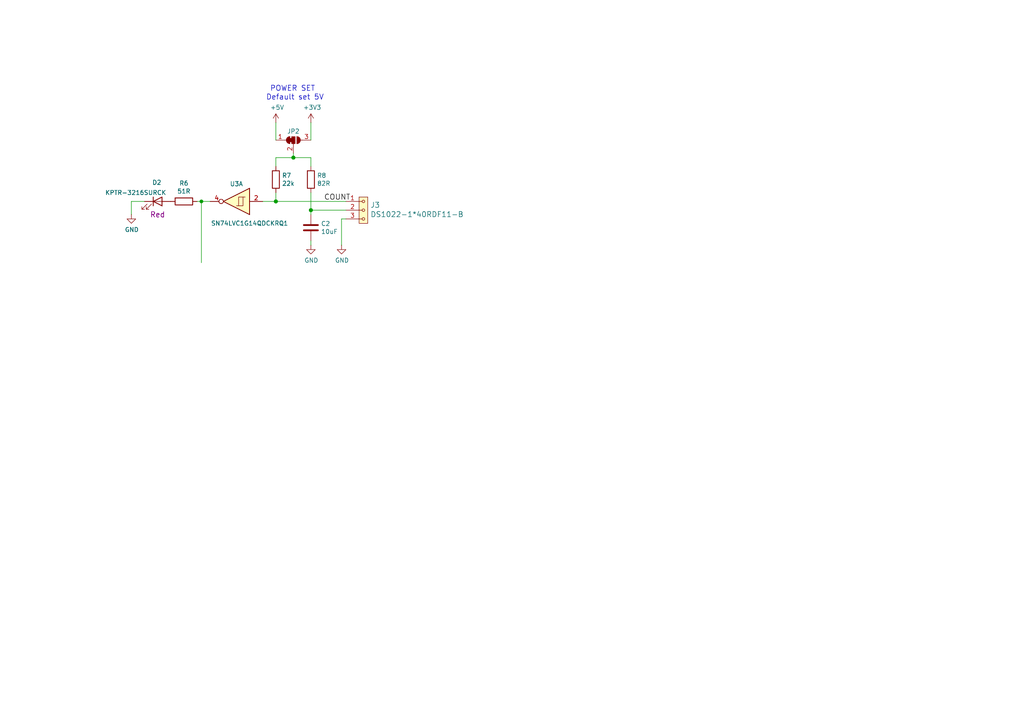
<source format=kicad_sch>
(kicad_sch
	(version 20231120)
	(generator "eeschema")
	(generator_version "8.0")
	(uuid "d243b8f4-5030-40aa-b3b1-02d26c1c1c01")
	(paper "A4")
	(lib_symbols
		(symbol "Device:C"
			(pin_numbers hide)
			(pin_names
				(offset 0.254)
			)
			(exclude_from_sim no)
			(in_bom yes)
			(on_board yes)
			(property "Reference" "C"
				(at 0.635 2.54 0)
				(effects
					(font
						(size 1.27 1.27)
					)
					(justify left)
				)
			)
			(property "Value" "C"
				(at 0.635 -2.54 0)
				(effects
					(font
						(size 1.27 1.27)
					)
					(justify left)
				)
			)
			(property "Footprint" ""
				(at 0.9652 -3.81 0)
				(effects
					(font
						(size 1.27 1.27)
					)
					(hide yes)
				)
			)
			(property "Datasheet" "~"
				(at 0 0 0)
				(effects
					(font
						(size 1.27 1.27)
					)
					(hide yes)
				)
			)
			(property "Description" "Unpolarized capacitor"
				(at 0 0 0)
				(effects
					(font
						(size 1.27 1.27)
					)
					(hide yes)
				)
			)
			(property "ki_keywords" "cap capacitor"
				(at 0 0 0)
				(effects
					(font
						(size 1.27 1.27)
					)
					(hide yes)
				)
			)
			(property "ki_fp_filters" "C_*"
				(at 0 0 0)
				(effects
					(font
						(size 1.27 1.27)
					)
					(hide yes)
				)
			)
			(symbol "C_0_1"
				(polyline
					(pts
						(xy -2.032 -0.762) (xy 2.032 -0.762)
					)
					(stroke
						(width 0.508)
						(type default)
					)
					(fill
						(type none)
					)
				)
				(polyline
					(pts
						(xy -2.032 0.762) (xy 2.032 0.762)
					)
					(stroke
						(width 0.508)
						(type default)
					)
					(fill
						(type none)
					)
				)
			)
			(symbol "C_1_1"
				(pin passive line
					(at 0 3.81 270)
					(length 2.794)
					(name "~"
						(effects
							(font
								(size 1.27 1.27)
							)
						)
					)
					(number "1"
						(effects
							(font
								(size 1.27 1.27)
							)
						)
					)
				)
				(pin passive line
					(at 0 -3.81 90)
					(length 2.794)
					(name "~"
						(effects
							(font
								(size 1.27 1.27)
							)
						)
					)
					(number "2"
						(effects
							(font
								(size 1.27 1.27)
							)
						)
					)
				)
			)
		)
		(symbol "Device:LED"
			(pin_numbers hide)
			(pin_names
				(offset 1.016) hide)
			(exclude_from_sim no)
			(in_bom yes)
			(on_board yes)
			(property "Reference" "D"
				(at 0 2.54 0)
				(effects
					(font
						(size 1.27 1.27)
					)
				)
			)
			(property "Value" "LED"
				(at 0 -2.54 0)
				(effects
					(font
						(size 1.27 1.27)
					)
				)
			)
			(property "Footprint" ""
				(at 0 0 0)
				(effects
					(font
						(size 1.27 1.27)
					)
					(hide yes)
				)
			)
			(property "Datasheet" "~"
				(at 0 0 0)
				(effects
					(font
						(size 1.27 1.27)
					)
					(hide yes)
				)
			)
			(property "Description" "Light emitting diode"
				(at 0 0 0)
				(effects
					(font
						(size 1.27 1.27)
					)
					(hide yes)
				)
			)
			(property "ki_keywords" "LED diode"
				(at 0 0 0)
				(effects
					(font
						(size 1.27 1.27)
					)
					(hide yes)
				)
			)
			(property "ki_fp_filters" "LED* LED_SMD:* LED_THT:*"
				(at 0 0 0)
				(effects
					(font
						(size 1.27 1.27)
					)
					(hide yes)
				)
			)
			(symbol "LED_0_1"
				(polyline
					(pts
						(xy -1.27 -1.27) (xy -1.27 1.27)
					)
					(stroke
						(width 0.254)
						(type default)
					)
					(fill
						(type none)
					)
				)
				(polyline
					(pts
						(xy -1.27 0) (xy 1.27 0)
					)
					(stroke
						(width 0)
						(type default)
					)
					(fill
						(type none)
					)
				)
				(polyline
					(pts
						(xy 1.27 -1.27) (xy 1.27 1.27) (xy -1.27 0) (xy 1.27 -1.27)
					)
					(stroke
						(width 0.254)
						(type default)
					)
					(fill
						(type none)
					)
				)
				(polyline
					(pts
						(xy -3.048 -0.762) (xy -4.572 -2.286) (xy -3.81 -2.286) (xy -4.572 -2.286) (xy -4.572 -1.524)
					)
					(stroke
						(width 0)
						(type default)
					)
					(fill
						(type none)
					)
				)
				(polyline
					(pts
						(xy -1.778 -0.762) (xy -3.302 -2.286) (xy -2.54 -2.286) (xy -3.302 -2.286) (xy -3.302 -1.524)
					)
					(stroke
						(width 0)
						(type default)
					)
					(fill
						(type none)
					)
				)
			)
			(symbol "LED_1_1"
				(pin passive line
					(at -3.81 0 0)
					(length 2.54)
					(name "K"
						(effects
							(font
								(size 1.27 1.27)
							)
						)
					)
					(number "1"
						(effects
							(font
								(size 1.27 1.27)
							)
						)
					)
				)
				(pin passive line
					(at 3.81 0 180)
					(length 2.54)
					(name "A"
						(effects
							(font
								(size 1.27 1.27)
							)
						)
					)
					(number "2"
						(effects
							(font
								(size 1.27 1.27)
							)
						)
					)
				)
			)
		)
		(symbol "Device:R"
			(pin_numbers hide)
			(pin_names
				(offset 0)
			)
			(exclude_from_sim no)
			(in_bom yes)
			(on_board yes)
			(property "Reference" "R"
				(at 2.032 0 90)
				(effects
					(font
						(size 1.27 1.27)
					)
				)
			)
			(property "Value" "R"
				(at 0 0 90)
				(effects
					(font
						(size 1.27 1.27)
					)
				)
			)
			(property "Footprint" ""
				(at -1.778 0 90)
				(effects
					(font
						(size 1.27 1.27)
					)
					(hide yes)
				)
			)
			(property "Datasheet" "~"
				(at 0 0 0)
				(effects
					(font
						(size 1.27 1.27)
					)
					(hide yes)
				)
			)
			(property "Description" "Resistor"
				(at 0 0 0)
				(effects
					(font
						(size 1.27 1.27)
					)
					(hide yes)
				)
			)
			(property "ki_keywords" "R res resistor"
				(at 0 0 0)
				(effects
					(font
						(size 1.27 1.27)
					)
					(hide yes)
				)
			)
			(property "ki_fp_filters" "R_*"
				(at 0 0 0)
				(effects
					(font
						(size 1.27 1.27)
					)
					(hide yes)
				)
			)
			(symbol "R_0_1"
				(rectangle
					(start -1.016 -2.54)
					(end 1.016 2.54)
					(stroke
						(width 0.254)
						(type default)
					)
					(fill
						(type none)
					)
				)
			)
			(symbol "R_1_1"
				(pin passive line
					(at 0 3.81 270)
					(length 1.27)
					(name "~"
						(effects
							(font
								(size 1.27 1.27)
							)
						)
					)
					(number "1"
						(effects
							(font
								(size 1.27 1.27)
							)
						)
					)
				)
				(pin passive line
					(at 0 -3.81 90)
					(length 1.27)
					(name "~"
						(effects
							(font
								(size 1.27 1.27)
							)
						)
					)
					(number "2"
						(effects
							(font
								(size 1.27 1.27)
							)
						)
					)
				)
			)
		)
		(symbol "Jumper:SolderJumper_3_Bridged12"
			(pin_names
				(offset 0) hide)
			(exclude_from_sim yes)
			(in_bom no)
			(on_board yes)
			(property "Reference" "JP"
				(at -2.54 -2.54 0)
				(effects
					(font
						(size 1.27 1.27)
					)
				)
			)
			(property "Value" "SolderJumper_3_Bridged12"
				(at 0 2.794 0)
				(effects
					(font
						(size 1.27 1.27)
					)
				)
			)
			(property "Footprint" ""
				(at 0 0 0)
				(effects
					(font
						(size 1.27 1.27)
					)
					(hide yes)
				)
			)
			(property "Datasheet" "~"
				(at 0 0 0)
				(effects
					(font
						(size 1.27 1.27)
					)
					(hide yes)
				)
			)
			(property "Description" "3-pole Solder Jumper, pins 1+2 closed/bridged"
				(at 0 0 0)
				(effects
					(font
						(size 1.27 1.27)
					)
					(hide yes)
				)
			)
			(property "ki_keywords" "Solder Jumper SPDT"
				(at 0 0 0)
				(effects
					(font
						(size 1.27 1.27)
					)
					(hide yes)
				)
			)
			(property "ki_fp_filters" "SolderJumper*Bridged12*"
				(at 0 0 0)
				(effects
					(font
						(size 1.27 1.27)
					)
					(hide yes)
				)
			)
			(symbol "SolderJumper_3_Bridged12_0_1"
				(rectangle
					(start -1.016 0.508)
					(end -0.508 -0.508)
					(stroke
						(width 0)
						(type default)
					)
					(fill
						(type outline)
					)
				)
				(arc
					(start -1.016 1.016)
					(mid -2.0276 0)
					(end -1.016 -1.016)
					(stroke
						(width 0)
						(type default)
					)
					(fill
						(type none)
					)
				)
				(arc
					(start -1.016 1.016)
					(mid -2.0276 0)
					(end -1.016 -1.016)
					(stroke
						(width 0)
						(type default)
					)
					(fill
						(type outline)
					)
				)
				(rectangle
					(start -0.508 1.016)
					(end 0.508 -1.016)
					(stroke
						(width 0)
						(type default)
					)
					(fill
						(type outline)
					)
				)
				(polyline
					(pts
						(xy -2.54 0) (xy -2.032 0)
					)
					(stroke
						(width 0)
						(type default)
					)
					(fill
						(type none)
					)
				)
				(polyline
					(pts
						(xy -1.016 1.016) (xy -1.016 -1.016)
					)
					(stroke
						(width 0)
						(type default)
					)
					(fill
						(type none)
					)
				)
				(polyline
					(pts
						(xy 0 -1.27) (xy 0 -1.016)
					)
					(stroke
						(width 0)
						(type default)
					)
					(fill
						(type none)
					)
				)
				(polyline
					(pts
						(xy 1.016 1.016) (xy 1.016 -1.016)
					)
					(stroke
						(width 0)
						(type default)
					)
					(fill
						(type none)
					)
				)
				(polyline
					(pts
						(xy 2.54 0) (xy 2.032 0)
					)
					(stroke
						(width 0)
						(type default)
					)
					(fill
						(type none)
					)
				)
				(arc
					(start 1.016 -1.016)
					(mid 2.0276 0)
					(end 1.016 1.016)
					(stroke
						(width 0)
						(type default)
					)
					(fill
						(type none)
					)
				)
				(arc
					(start 1.016 -1.016)
					(mid 2.0276 0)
					(end 1.016 1.016)
					(stroke
						(width 0)
						(type default)
					)
					(fill
						(type outline)
					)
				)
			)
			(symbol "SolderJumper_3_Bridged12_1_1"
				(pin passive line
					(at -5.08 0 0)
					(length 2.54)
					(name "A"
						(effects
							(font
								(size 1.27 1.27)
							)
						)
					)
					(number "1"
						(effects
							(font
								(size 1.27 1.27)
							)
						)
					)
				)
				(pin passive line
					(at 0 -3.81 90)
					(length 2.54)
					(name "C"
						(effects
							(font
								(size 1.27 1.27)
							)
						)
					)
					(number "2"
						(effects
							(font
								(size 1.27 1.27)
							)
						)
					)
				)
				(pin passive line
					(at 5.08 0 180)
					(length 2.54)
					(name "B"
						(effects
							(font
								(size 1.27 1.27)
							)
						)
					)
					(number "3"
						(effects
							(font
								(size 1.27 1.27)
							)
						)
					)
				)
			)
		)
		(symbol "MLAB_HEADER:HEADER_1x03"
			(pin_names
				(offset 1.016)
			)
			(exclude_from_sim no)
			(in_bom yes)
			(on_board yes)
			(property "Reference" "J"
				(at 0 -5.08 0)
				(effects
					(font
						(size 1.524 1.524)
					)
				)
			)
			(property "Value" "HEADER_1x03"
				(at 0 5.08 0)
				(effects
					(font
						(size 1.524 1.524)
					)
				)
			)
			(property "Footprint" ""
				(at 0 2.54 0)
				(effects
					(font
						(size 1.524 1.524)
					)
				)
			)
			(property "Datasheet" ""
				(at 0 2.54 0)
				(effects
					(font
						(size 1.524 1.524)
					)
				)
			)
			(property "Description" "1x03 2.54 mm pitch header"
				(at 0 0 0)
				(effects
					(font
						(size 1.27 1.27)
					)
					(hide yes)
				)
			)
			(property "ki_keywords" "1x03, header, connector, pinheader"
				(at 0 0 0)
				(effects
					(font
						(size 1.27 1.27)
					)
					(hide yes)
				)
			)
			(symbol "HEADER_1x03_0_1"
				(rectangle
					(start -1.27 3.81)
					(end 1.27 -3.81)
					(stroke
						(width 0)
						(type default)
					)
					(fill
						(type background)
					)
				)
				(circle
					(center 0 -2.54)
					(radius 0.381)
					(stroke
						(width 0)
						(type default)
					)
					(fill
						(type none)
					)
				)
				(polyline
					(pts
						(xy -1.27 -2.54) (xy -0.381 -2.54)
					)
					(stroke
						(width 0)
						(type default)
					)
					(fill
						(type none)
					)
				)
				(polyline
					(pts
						(xy -1.27 0) (xy -0.381 0)
					)
					(stroke
						(width 0)
						(type default)
					)
					(fill
						(type none)
					)
				)
				(polyline
					(pts
						(xy -1.27 2.54) (xy -0.381 2.54)
					)
					(stroke
						(width 0)
						(type default)
					)
					(fill
						(type none)
					)
				)
				(circle
					(center 0 0)
					(radius 0.381)
					(stroke
						(width 0)
						(type default)
					)
					(fill
						(type none)
					)
				)
				(circle
					(center 0 2.54)
					(radius 0.381)
					(stroke
						(width 0)
						(type default)
					)
					(fill
						(type none)
					)
				)
			)
			(symbol "HEADER_1x03_1_1"
				(pin input line
					(at -5.08 2.54 0)
					(length 3.81)
					(name "~"
						(effects
							(font
								(size 1.27 1.27)
							)
						)
					)
					(number "1"
						(effects
							(font
								(size 1.27 1.27)
							)
						)
					)
				)
				(pin input line
					(at -5.08 0 0)
					(length 3.81)
					(name "~"
						(effects
							(font
								(size 1.27 1.27)
							)
						)
					)
					(number "2"
						(effects
							(font
								(size 1.27 1.27)
							)
						)
					)
				)
				(pin input line
					(at -5.08 -2.54 0)
					(length 3.81)
					(name "~"
						(effects
							(font
								(size 1.27 1.27)
							)
						)
					)
					(number "3"
						(effects
							(font
								(size 1.27 1.27)
							)
						)
					)
				)
			)
		)
		(symbol "MLAB_IO:74AHC1G14GV"
			(exclude_from_sim no)
			(in_bom yes)
			(on_board yes)
			(property "Reference" "U"
				(at -2.54 1.27 0)
				(effects
					(font
						(size 1.27 1.27)
					)
				)
			)
			(property "Value" "74AHC1G14GV"
				(at 1.27 -6.35 0)
				(effects
					(font
						(size 1.27 1.27)
					)
				)
			)
			(property "Footprint" ""
				(at 0 0 0)
				(effects
					(font
						(size 1.27 1.27)
					)
					(hide yes)
				)
			)
			(property "Datasheet" "http://www.ti.com/lit/gpn/sn74HC14"
				(at 0 0 0)
				(effects
					(font
						(size 1.27 1.27)
					)
					(hide yes)
				)
			)
			(property "Description" "Hex inverter schmitt trigger"
				(at 0 0 0)
				(effects
					(font
						(size 1.27 1.27)
					)
					(hide yes)
				)
			)
			(property "ki_locked" ""
				(at 0 0 0)
				(effects
					(font
						(size 1.27 1.27)
					)
				)
			)
			(property "ki_keywords" "HCMOS not inverter"
				(at 0 0 0)
				(effects
					(font
						(size 1.27 1.27)
					)
					(hide yes)
				)
			)
			(property "ki_fp_filters" "DIP*W7.62mm*"
				(at 0 0 0)
				(effects
					(font
						(size 1.27 1.27)
					)
					(hide yes)
				)
			)
			(symbol "74AHC1G14GV_1_0"
				(polyline
					(pts
						(xy -3.81 3.81) (xy -3.81 -3.81) (xy 3.81 0) (xy -3.81 3.81)
					)
					(stroke
						(width 0.254)
						(type default)
					)
					(fill
						(type background)
					)
				)
				(pin input line
					(at -7.62 0 0)
					(length 3.81)
					(name "~"
						(effects
							(font
								(size 1.27 1.27)
							)
						)
					)
					(number "2"
						(effects
							(font
								(size 1.27 1.27)
							)
						)
					)
				)
				(pin output inverted
					(at 7.62 0 180)
					(length 3.81)
					(name "~"
						(effects
							(font
								(size 1.27 1.27)
							)
						)
					)
					(number "4"
						(effects
							(font
								(size 1.27 1.27)
							)
						)
					)
				)
			)
			(symbol "74AHC1G14GV_1_1"
				(polyline
					(pts
						(xy -1.905 -1.27) (xy -1.905 1.27) (xy -0.635 1.27)
					)
					(stroke
						(width 0)
						(type default)
					)
					(fill
						(type none)
					)
				)
				(polyline
					(pts
						(xy -2.54 -1.27) (xy -0.635 -1.27) (xy -0.635 1.27) (xy 0 1.27)
					)
					(stroke
						(width 0)
						(type default)
					)
					(fill
						(type none)
					)
				)
			)
			(symbol "74AHC1G14GV_2_0"
				(pin input line
					(at 0 -8.89 90)
					(length 3.81)
					(name "GND"
						(effects
							(font
								(size 1.27 1.27)
							)
						)
					)
					(number "3"
						(effects
							(font
								(size 1.27 1.27)
							)
						)
					)
				)
				(pin input line
					(at 0 8.89 270)
					(length 3.81)
					(name "VCC"
						(effects
							(font
								(size 1.27 1.27)
							)
						)
					)
					(number "5"
						(effects
							(font
								(size 1.27 1.27)
							)
						)
					)
				)
			)
			(symbol "74AHC1G14GV_2_1"
				(rectangle
					(start -3.81 5.08)
					(end 3.81 -5.08)
					(stroke
						(width 0)
						(type default)
					)
					(fill
						(type none)
					)
				)
			)
		)
		(symbol "power:+3V3"
			(power)
			(pin_numbers hide)
			(pin_names
				(offset 0) hide)
			(exclude_from_sim no)
			(in_bom yes)
			(on_board yes)
			(property "Reference" "#PWR"
				(at 0 -3.81 0)
				(effects
					(font
						(size 1.27 1.27)
					)
					(hide yes)
				)
			)
			(property "Value" "+3V3"
				(at 0 3.556 0)
				(effects
					(font
						(size 1.27 1.27)
					)
				)
			)
			(property "Footprint" ""
				(at 0 0 0)
				(effects
					(font
						(size 1.27 1.27)
					)
					(hide yes)
				)
			)
			(property "Datasheet" ""
				(at 0 0 0)
				(effects
					(font
						(size 1.27 1.27)
					)
					(hide yes)
				)
			)
			(property "Description" "Power symbol creates a global label with name \"+3V3\""
				(at 0 0 0)
				(effects
					(font
						(size 1.27 1.27)
					)
					(hide yes)
				)
			)
			(property "ki_keywords" "global power"
				(at 0 0 0)
				(effects
					(font
						(size 1.27 1.27)
					)
					(hide yes)
				)
			)
			(symbol "+3V3_0_1"
				(polyline
					(pts
						(xy -0.762 1.27) (xy 0 2.54)
					)
					(stroke
						(width 0)
						(type default)
					)
					(fill
						(type none)
					)
				)
				(polyline
					(pts
						(xy 0 0) (xy 0 2.54)
					)
					(stroke
						(width 0)
						(type default)
					)
					(fill
						(type none)
					)
				)
				(polyline
					(pts
						(xy 0 2.54) (xy 0.762 1.27)
					)
					(stroke
						(width 0)
						(type default)
					)
					(fill
						(type none)
					)
				)
			)
			(symbol "+3V3_1_1"
				(pin power_in line
					(at 0 0 90)
					(length 0)
					(name "~"
						(effects
							(font
								(size 1.27 1.27)
							)
						)
					)
					(number "1"
						(effects
							(font
								(size 1.27 1.27)
							)
						)
					)
				)
			)
		)
		(symbol "power:+5V"
			(power)
			(pin_numbers hide)
			(pin_names
				(offset 0) hide)
			(exclude_from_sim no)
			(in_bom yes)
			(on_board yes)
			(property "Reference" "#PWR"
				(at 0 -3.81 0)
				(effects
					(font
						(size 1.27 1.27)
					)
					(hide yes)
				)
			)
			(property "Value" "+5V"
				(at 0 3.556 0)
				(effects
					(font
						(size 1.27 1.27)
					)
				)
			)
			(property "Footprint" ""
				(at 0 0 0)
				(effects
					(font
						(size 1.27 1.27)
					)
					(hide yes)
				)
			)
			(property "Datasheet" ""
				(at 0 0 0)
				(effects
					(font
						(size 1.27 1.27)
					)
					(hide yes)
				)
			)
			(property "Description" "Power symbol creates a global label with name \"+5V\""
				(at 0 0 0)
				(effects
					(font
						(size 1.27 1.27)
					)
					(hide yes)
				)
			)
			(property "ki_keywords" "global power"
				(at 0 0 0)
				(effects
					(font
						(size 1.27 1.27)
					)
					(hide yes)
				)
			)
			(symbol "+5V_0_1"
				(polyline
					(pts
						(xy -0.762 1.27) (xy 0 2.54)
					)
					(stroke
						(width 0)
						(type default)
					)
					(fill
						(type none)
					)
				)
				(polyline
					(pts
						(xy 0 0) (xy 0 2.54)
					)
					(stroke
						(width 0)
						(type default)
					)
					(fill
						(type none)
					)
				)
				(polyline
					(pts
						(xy 0 2.54) (xy 0.762 1.27)
					)
					(stroke
						(width 0)
						(type default)
					)
					(fill
						(type none)
					)
				)
			)
			(symbol "+5V_1_1"
				(pin power_in line
					(at 0 0 90)
					(length 0)
					(name "~"
						(effects
							(font
								(size 1.27 1.27)
							)
						)
					)
					(number "1"
						(effects
							(font
								(size 1.27 1.27)
							)
						)
					)
				)
			)
		)
		(symbol "power:GND"
			(power)
			(pin_numbers hide)
			(pin_names
				(offset 0) hide)
			(exclude_from_sim no)
			(in_bom yes)
			(on_board yes)
			(property "Reference" "#PWR"
				(at 0 -6.35 0)
				(effects
					(font
						(size 1.27 1.27)
					)
					(hide yes)
				)
			)
			(property "Value" "GND"
				(at 0 -3.81 0)
				(effects
					(font
						(size 1.27 1.27)
					)
				)
			)
			(property "Footprint" ""
				(at 0 0 0)
				(effects
					(font
						(size 1.27 1.27)
					)
					(hide yes)
				)
			)
			(property "Datasheet" ""
				(at 0 0 0)
				(effects
					(font
						(size 1.27 1.27)
					)
					(hide yes)
				)
			)
			(property "Description" "Power symbol creates a global label with name \"GND\" , ground"
				(at 0 0 0)
				(effects
					(font
						(size 1.27 1.27)
					)
					(hide yes)
				)
			)
			(property "ki_keywords" "global power"
				(at 0 0 0)
				(effects
					(font
						(size 1.27 1.27)
					)
					(hide yes)
				)
			)
			(symbol "GND_0_1"
				(polyline
					(pts
						(xy 0 0) (xy 0 -1.27) (xy 1.27 -1.27) (xy 0 -2.54) (xy -1.27 -1.27) (xy 0 -1.27)
					)
					(stroke
						(width 0)
						(type default)
					)
					(fill
						(type none)
					)
				)
			)
			(symbol "GND_1_1"
				(pin power_in line
					(at 0 0 270)
					(length 0)
					(name "~"
						(effects
							(font
								(size 1.27 1.27)
							)
						)
					)
					(number "1"
						(effects
							(font
								(size 1.27 1.27)
							)
						)
					)
				)
			)
		)
	)
	(junction
		(at 90.17 60.96)
		(diameter 1.016)
		(color 0 0 0 0)
		(uuid "31ebf6bb-2935-4842-820f-532abe154a25")
	)
	(junction
		(at 85.09 45.72)
		(diameter 1.016)
		(color 0 0 0 0)
		(uuid "49bdcc09-f419-4641-beec-f0ff9dbb8a99")
	)
	(junction
		(at 80.01 58.42)
		(diameter 1.016)
		(color 0 0 0 0)
		(uuid "d2fbf02c-c6a1-4f44-a66e-b8d078fb862c")
	)
	(junction
		(at 58.42 58.42)
		(diameter 0)
		(color 0 0 0 0)
		(uuid "fec655b7-2100-40eb-a99e-6bf6296a49b6")
	)
	(wire
		(pts
			(xy 58.42 58.42) (xy 58.42 76.2)
		)
		(stroke
			(width 0)
			(type solid)
		)
		(uuid "05c5f9d6-7231-4f9d-a1e0-ca2a38aa4ea3")
	)
	(wire
		(pts
			(xy 90.17 45.72) (xy 90.17 48.26)
		)
		(stroke
			(width 0)
			(type solid)
		)
		(uuid "132be1be-9564-4afc-a9cd-8c4dc2936fb0")
	)
	(wire
		(pts
			(xy 80.01 45.72) (xy 80.01 48.26)
		)
		(stroke
			(width 0)
			(type solid)
		)
		(uuid "1569eaab-ce8f-43b7-bd2b-130b8baf1f48")
	)
	(wire
		(pts
			(xy 80.01 35.56) (xy 80.01 40.64)
		)
		(stroke
			(width 0)
			(type solid)
		)
		(uuid "2c95c1b9-a260-4bca-8b42-bb81157f0035")
	)
	(wire
		(pts
			(xy 85.09 44.45) (xy 85.09 45.72)
		)
		(stroke
			(width 0)
			(type solid)
		)
		(uuid "2e227904-022d-4450-98c1-5fb24e2c7a9e")
	)
	(wire
		(pts
			(xy 38.1 58.42) (xy 41.91 58.42)
		)
		(stroke
			(width 0)
			(type solid)
		)
		(uuid "33671e2d-673a-4b00-9512-79f70ef6f688")
	)
	(wire
		(pts
			(xy 90.17 60.96) (xy 100.33 60.96)
		)
		(stroke
			(width 0)
			(type solid)
		)
		(uuid "4eae3f1b-7d77-4401-815e-9def2a44ac9b")
	)
	(wire
		(pts
			(xy 58.42 58.42) (xy 60.96 58.42)
		)
		(stroke
			(width 0)
			(type solid)
		)
		(uuid "510cad46-0178-41a1-a076-a2841503e343")
	)
	(wire
		(pts
			(xy 80.01 58.42) (xy 100.33 58.42)
		)
		(stroke
			(width 0)
			(type solid)
		)
		(uuid "5351e403-d83a-45a2-8f58-2f3087b26b80")
	)
	(wire
		(pts
			(xy 90.17 35.56) (xy 90.17 40.64)
		)
		(stroke
			(width 0)
			(type solid)
		)
		(uuid "5fec5382-3abe-45fc-91bc-b1414db4f275")
	)
	(wire
		(pts
			(xy 90.17 69.85) (xy 90.17 71.12)
		)
		(stroke
			(width 0)
			(type solid)
		)
		(uuid "74b0b08d-468e-441e-8367-10bfb9c66e62")
	)
	(wire
		(pts
			(xy 85.09 45.72) (xy 90.17 45.72)
		)
		(stroke
			(width 0)
			(type solid)
		)
		(uuid "7addcca9-0c56-4965-85ed-c34b671b6d9e")
	)
	(wire
		(pts
			(xy 76.2 58.42) (xy 80.01 58.42)
		)
		(stroke
			(width 0)
			(type solid)
		)
		(uuid "84ffe3a8-fa9f-484e-b82d-139307e331e0")
	)
	(wire
		(pts
			(xy 90.17 55.88) (xy 90.17 60.96)
		)
		(stroke
			(width 0)
			(type solid)
		)
		(uuid "88f6a9b5-a69f-4b5a-ae03-7b13d741424d")
	)
	(wire
		(pts
			(xy 90.17 60.96) (xy 90.17 62.23)
		)
		(stroke
			(width 0)
			(type solid)
		)
		(uuid "ae546c36-b924-47a8-b932-bde472bb7a6d")
	)
	(wire
		(pts
			(xy 99.06 63.5) (xy 99.06 71.12)
		)
		(stroke
			(width 0)
			(type solid)
		)
		(uuid "b49fc4d6-6108-4cb9-9cc4-2ae7e849c30b")
	)
	(wire
		(pts
			(xy 38.1 62.23) (xy 38.1 58.42)
		)
		(stroke
			(width 0)
			(type solid)
		)
		(uuid "b4a46fd3-d041-4785-a022-16d8c1a56ec9")
	)
	(wire
		(pts
			(xy 80.01 55.88) (xy 80.01 58.42)
		)
		(stroke
			(width 0)
			(type solid)
		)
		(uuid "d0067df4-30cd-4850-a253-52a41eb38b8f")
	)
	(wire
		(pts
			(xy 100.33 63.5) (xy 99.06 63.5)
		)
		(stroke
			(width 0)
			(type solid)
		)
		(uuid "ee01124f-4512-4292-a776-f1fca92082e9")
	)
	(wire
		(pts
			(xy 80.01 45.72) (xy 85.09 45.72)
		)
		(stroke
			(width 0)
			(type solid)
		)
		(uuid "f68532a4-a94b-4625-85a8-bd8b6db2ab91")
	)
	(wire
		(pts
			(xy 57.15 58.42) (xy 58.42 58.42)
		)
		(stroke
			(width 0)
			(type solid)
		)
		(uuid "fbc19223-40db-41c7-bd82-50451b0257e3")
	)
	(text "POWER SET\n"
		(exclude_from_sim no)
		(at 91.44 26.67 0)
		(effects
			(font
				(size 1.524 1.524)
			)
			(justify right bottom)
		)
		(uuid "3c4cb3ac-d52c-4fa2-bd3d-b2413aab6ad2")
	)
	(text "Default set 5V"
		(exclude_from_sim no)
		(at 93.98 29.21 0)
		(effects
			(font
				(size 1.524 1.524)
			)
			(justify right bottom)
		)
		(uuid "5301a9be-2650-47b3-a674-04425dd3f9e9")
	)
	(label "COUNT"
		(at 93.98 58.42 0)
		(fields_autoplaced yes)
		(effects
			(font
				(size 1.524 1.524)
			)
			(justify left bottom)
		)
		(uuid "361f556f-ca1f-45a5-93af-0c9b3f05e229")
	)
	(symbol
		(lib_id "Device:R")
		(at 90.17 52.07 180)
		(unit 1)
		(exclude_from_sim no)
		(in_bom yes)
		(on_board yes)
		(dnp no)
		(uuid "147fd900-7030-47d9-8cf8-050cb7db70b5")
		(property "Reference" "R8"
			(at 91.948 50.902 0)
			(effects
				(font
					(size 1.27 1.27)
				)
				(justify right)
			)
		)
		(property "Value" "82R"
			(at 91.948 53.213 0)
			(effects
				(font
					(size 1.27 1.27)
				)
				(justify right)
			)
		)
		(property "Footprint" "Resistor_SMD:R_0805_2012Metric"
			(at 91.948 52.07 90)
			(effects
				(font
					(size 1.27 1.27)
				)
				(hide yes)
			)
		)
		(property "Datasheet" "~"
			(at 90.17 52.07 0)
			(effects
				(font
					(size 1.27 1.27)
				)
				(hide yes)
			)
		)
		(property "Description" "Resistor"
			(at 90.17 52.07 0)
			(effects
				(font
					(size 1.27 1.27)
				)
				(hide yes)
			)
		)
		(property "UST_id" ""
			(at 90.17 52.07 0)
			(effects
				(font
					(size 1.27 1.27)
				)
				(hide yes)
			)
		)
		(property "UST_ID" "5c70984512875079b91f8976"
			(at 90.17 52.07 0)
			(effects
				(font
					(size 1.27 1.27)
				)
				(hide yes)
			)
		)
		(pin "1"
			(uuid "b0ff87f0-dcf9-4c47-92ca-b83eb22f8ab9")
		)
		(pin "2"
			(uuid "15959788-e2d9-4c65-ac5c-2692dbed59bd")
		)
		(instances
			(project "ad_board"
				(path "/c8325de8-ac40-40ca-94be-86b187ac964f/565f4700-148b-4ab8-96a8-69b8e27fe271"
					(reference "R8")
					(unit 1)
				)
			)
		)
	)
	(symbol
		(lib_id "power:GND")
		(at 38.1 62.23 0)
		(unit 1)
		(exclude_from_sim no)
		(in_bom yes)
		(on_board yes)
		(dnp no)
		(uuid "265fcd41-af90-4700-bb75-a1e6c1b80f0a")
		(property "Reference" "#PWR010"
			(at 38.1 68.58 0)
			(effects
				(font
					(size 1.27 1.27)
				)
				(hide yes)
			)
		)
		(property "Value" "GND"
			(at 38.227 66.6242 0)
			(effects
				(font
					(size 1.27 1.27)
				)
			)
		)
		(property "Footprint" ""
			(at 38.1 62.23 0)
			(effects
				(font
					(size 1.27 1.27)
				)
				(hide yes)
			)
		)
		(property "Datasheet" ""
			(at 38.1 62.23 0)
			(effects
				(font
					(size 1.27 1.27)
				)
				(hide yes)
			)
		)
		(property "Description" "Power symbol creates a global label with name \"GND\" , ground"
			(at 38.1 62.23 0)
			(effects
				(font
					(size 1.27 1.27)
				)
				(hide yes)
			)
		)
		(pin "1"
			(uuid "c250f38b-0340-4a8a-a863-cfb2d08aa212")
		)
		(instances
			(project "ad_board"
				(path "/c8325de8-ac40-40ca-94be-86b187ac964f/565f4700-148b-4ab8-96a8-69b8e27fe271"
					(reference "#PWR010")
					(unit 1)
				)
			)
		)
	)
	(symbol
		(lib_id "Device:LED")
		(at 45.72 58.42 0)
		(unit 1)
		(exclude_from_sim no)
		(in_bom yes)
		(on_board yes)
		(dnp no)
		(uuid "2987d896-8207-4760-b63f-c9643e72aaec")
		(property "Reference" "D2"
			(at 45.4914 52.9336 0)
			(effects
				(font
					(size 1.27 1.27)
				)
			)
		)
		(property "Value" "KPTR-3216SURCK"
			(at 39.37 55.88 0)
			(effects
				(font
					(size 1.27 1.27)
				)
			)
		)
		(property "Footprint" "Mlab_D:LED_1206_2"
			(at 45.72 58.42 0)
			(effects
				(font
					(size 1.27 1.27)
				)
				(hide yes)
			)
		)
		(property "Datasheet" "~"
			(at 45.72 58.42 0)
			(effects
				(font
					(size 1.27 1.27)
				)
				(hide yes)
			)
		)
		(property "Description" "Light emitting diode"
			(at 45.72 58.42 0)
			(effects
				(font
					(size 1.27 1.27)
				)
				(hide yes)
			)
		)
		(property "Color" "Red"
			(at 45.72 62.23 0)
			(effects
				(font
					(size 1.524 1.524)
				)
			)
		)
		(pin "1"
			(uuid "2d77efc8-061b-4fe8-aba4-b5e1fca8fa75")
		)
		(pin "2"
			(uuid "f4a7d1d8-ca0f-4d2b-91d4-5b45e4965d87")
		)
		(instances
			(project "ad_board"
				(path "/c8325de8-ac40-40ca-94be-86b187ac964f/565f4700-148b-4ab8-96a8-69b8e27fe271"
					(reference "D2")
					(unit 1)
				)
			)
		)
	)
	(symbol
		(lib_id "Device:R")
		(at 53.34 58.42 270)
		(unit 1)
		(exclude_from_sim no)
		(in_bom yes)
		(on_board yes)
		(dnp no)
		(uuid "2e6b86c3-4ede-409f-8588-6ecab086075c")
		(property "Reference" "R6"
			(at 53.34 53.1622 90)
			(effects
				(font
					(size 1.27 1.27)
				)
			)
		)
		(property "Value" "51R"
			(at 53.34 55.474 90)
			(effects
				(font
					(size 1.27 1.27)
				)
			)
		)
		(property "Footprint" "Resistor_SMD:R_0603_1608Metric"
			(at 53.34 56.642 90)
			(effects
				(font
					(size 1.27 1.27)
				)
				(hide yes)
			)
		)
		(property "Datasheet" "~"
			(at 53.34 58.42 0)
			(effects
				(font
					(size 1.27 1.27)
				)
				(hide yes)
			)
		)
		(property "Description" "Resistor"
			(at 53.34 58.42 0)
			(effects
				(font
					(size 1.27 1.27)
				)
				(hide yes)
			)
		)
		(property "UST_id" ""
			(at 53.34 58.42 0)
			(effects
				(font
					(size 1.27 1.27)
				)
				(hide yes)
			)
		)
		(property "UST_ID" "5c70984512875079b91f8953"
			(at 53.34 58.42 0)
			(effects
				(font
					(size 1.27 1.27)
				)
				(hide yes)
			)
		)
		(pin "1"
			(uuid "74b74a9c-16ac-42bf-ba5d-7e5015c86e07")
		)
		(pin "2"
			(uuid "c4ce61f6-c7fa-42bc-929d-76fc63df6748")
		)
		(instances
			(project "ad_board"
				(path "/c8325de8-ac40-40ca-94be-86b187ac964f/565f4700-148b-4ab8-96a8-69b8e27fe271"
					(reference "R6")
					(unit 1)
				)
			)
		)
	)
	(symbol
		(lib_id "MLAB_HEADER:HEADER_1x03")
		(at 105.41 60.96 0)
		(unit 1)
		(exclude_from_sim no)
		(in_bom yes)
		(on_board yes)
		(dnp no)
		(uuid "4c3db5cd-394d-4c63-9494-f1bcf37c82fc")
		(property "Reference" "J3"
			(at 107.3912 59.4614 0)
			(effects
				(font
					(size 1.524 1.524)
				)
				(justify left)
			)
		)
		(property "Value" "DS1022-1*40RDF11-B"
			(at 107.3912 62.1792 0)
			(effects
				(font
					(size 1.524 1.524)
				)
				(justify left)
			)
		)
		(property "Footprint" "Connector_PinHeader_2.54mm:PinHeader_1x03_P2.54mm_Horizontal"
			(at 105.41 58.42 0)
			(effects
				(font
					(size 1.524 1.524)
				)
				(hide yes)
			)
		)
		(property "Datasheet" "5c70984412875079b91f879d"
			(at 105.41 58.42 0)
			(effects
				(font
					(size 1.524 1.524)
				)
				(hide yes)
			)
		)
		(property "Description" "1x03 2.54 mm pitch header"
			(at 105.41 60.96 0)
			(effects
				(font
					(size 1.27 1.27)
				)
				(hide yes)
			)
		)
		(pin "1"
			(uuid "974e49b4-b201-458f-980b-cb7c6a295668")
		)
		(pin "2"
			(uuid "36ead118-f8c6-4b25-9788-408411734098")
		)
		(pin "3"
			(uuid "c3c1c6ba-2051-4d74-b21e-c8a8d33039b0")
		)
		(instances
			(project "ad_board"
				(path "/c8325de8-ac40-40ca-94be-86b187ac964f/565f4700-148b-4ab8-96a8-69b8e27fe271"
					(reference "J3")
					(unit 1)
				)
			)
		)
	)
	(symbol
		(lib_id "Device:R")
		(at 80.01 52.07 0)
		(unit 1)
		(exclude_from_sim no)
		(in_bom yes)
		(on_board yes)
		(dnp no)
		(uuid "806dc021-153b-4bf0-803e-5d8c48780d32")
		(property "Reference" "R7"
			(at 81.788 50.9016 0)
			(effects
				(font
					(size 1.27 1.27)
				)
				(justify left)
			)
		)
		(property "Value" "22k"
			(at 81.788 53.213 0)
			(effects
				(font
					(size 1.27 1.27)
				)
				(justify left)
			)
		)
		(property "Footprint" "Resistor_SMD:R_0805_2012Metric"
			(at 78.232 52.07 90)
			(effects
				(font
					(size 1.27 1.27)
				)
				(hide yes)
			)
		)
		(property "Datasheet" "~"
			(at 80.01 52.07 0)
			(effects
				(font
					(size 1.27 1.27)
				)
				(hide yes)
			)
		)
		(property "Description" "Resistor"
			(at 80.01 52.07 0)
			(effects
				(font
					(size 1.27 1.27)
				)
				(hide yes)
			)
		)
		(property "UST_id" ""
			(at 80.01 52.07 0)
			(effects
				(font
					(size 1.27 1.27)
				)
				(hide yes)
			)
		)
		(property "UST_ID" "5c70984712875079b91f8a87"
			(at 80.01 52.07 0)
			(effects
				(font
					(size 1.27 1.27)
				)
				(hide yes)
			)
		)
		(pin "1"
			(uuid "e5bc7520-2dfe-43c7-8603-efeea0a21678")
		)
		(pin "2"
			(uuid "4a51d8ee-25d1-4f9b-9b32-e9d62df534ad")
		)
		(instances
			(project "ad_board"
				(path "/c8325de8-ac40-40ca-94be-86b187ac964f/565f4700-148b-4ab8-96a8-69b8e27fe271"
					(reference "R7")
					(unit 1)
				)
			)
		)
	)
	(symbol
		(lib_id "power:+5V")
		(at 80.01 35.56 0)
		(unit 1)
		(exclude_from_sim no)
		(in_bom yes)
		(on_board yes)
		(dnp no)
		(uuid "87803ecf-d49d-4991-9128-eb4ce0af80d9")
		(property "Reference" "#PWR011"
			(at 80.01 39.37 0)
			(effects
				(font
					(size 1.27 1.27)
				)
				(hide yes)
			)
		)
		(property "Value" "+5V"
			(at 80.391 31.1658 0)
			(effects
				(font
					(size 1.27 1.27)
				)
			)
		)
		(property "Footprint" ""
			(at 80.01 35.56 0)
			(effects
				(font
					(size 1.27 1.27)
				)
				(hide yes)
			)
		)
		(property "Datasheet" ""
			(at 80.01 35.56 0)
			(effects
				(font
					(size 1.27 1.27)
				)
				(hide yes)
			)
		)
		(property "Description" "Power symbol creates a global label with name \"+5V\""
			(at 80.01 35.56 0)
			(effects
				(font
					(size 1.27 1.27)
				)
				(hide yes)
			)
		)
		(pin "1"
			(uuid "c07e4fb6-3682-48f6-bd31-aa7209984e53")
		)
		(instances
			(project "ad_board"
				(path "/c8325de8-ac40-40ca-94be-86b187ac964f/565f4700-148b-4ab8-96a8-69b8e27fe271"
					(reference "#PWR011")
					(unit 1)
				)
			)
		)
	)
	(symbol
		(lib_id "Jumper:SolderJumper_3_Bridged12")
		(at 85.09 40.64 0)
		(unit 1)
		(exclude_from_sim no)
		(in_bom no)
		(on_board yes)
		(dnp no)
		(uuid "966ddd7f-80b3-4f57-bd10-44017a8f1ff5")
		(property "Reference" "JP2"
			(at 85.09 38.0808 0)
			(effects
				(font
					(size 1.27 1.27)
				)
			)
		)
		(property "Value" "SolderJumper_3_Bridged12"
			(at 85.09 37.84 0)
			(effects
				(font
					(size 1.27 1.27)
				)
				(hide yes)
			)
		)
		(property "Footprint" "Jumper:SolderJumper-3_P1.3mm_Bridged12_RoundedPad1.0x1.5mm"
			(at 85.09 40.64 0)
			(effects
				(font
					(size 1.27 1.27)
				)
				(hide yes)
			)
		)
		(property "Datasheet" "~"
			(at 85.09 40.64 0)
			(effects
				(font
					(size 1.27 1.27)
				)
				(hide yes)
			)
		)
		(property "Description" "3-pole Solder Jumper, pins 1+2 closed/bridged"
			(at 85.09 40.64 0)
			(effects
				(font
					(size 1.27 1.27)
				)
				(hide yes)
			)
		)
		(pin "1"
			(uuid "9eaddfbe-928f-4220-9fc3-476097f6d325")
		)
		(pin "2"
			(uuid "9d037347-fa35-4adc-ad31-dadcfd9ced0d")
		)
		(pin "3"
			(uuid "02f7c0ec-7159-46b7-b72b-2c8b61e049eb")
		)
		(instances
			(project "ad_board"
				(path "/c8325de8-ac40-40ca-94be-86b187ac964f/565f4700-148b-4ab8-96a8-69b8e27fe271"
					(reference "JP2")
					(unit 1)
				)
			)
		)
	)
	(symbol
		(lib_id "Device:C")
		(at 90.17 66.04 0)
		(unit 1)
		(exclude_from_sim no)
		(in_bom yes)
		(on_board yes)
		(dnp no)
		(uuid "c1b42c19-b8d6-424f-81ed-4856379c33f4")
		(property "Reference" "C2"
			(at 93.091 64.8716 0)
			(effects
				(font
					(size 1.27 1.27)
				)
				(justify left)
			)
		)
		(property "Value" "10uF"
			(at 93.091 67.183 0)
			(effects
				(font
					(size 1.27 1.27)
				)
				(justify left)
			)
		)
		(property "Footprint" "Capacitor_SMD:C_0603_1608Metric"
			(at 91.1352 69.85 0)
			(effects
				(font
					(size 1.27 1.27)
				)
				(hide yes)
			)
		)
		(property "Datasheet" "~"
			(at 90.17 66.04 0)
			(effects
				(font
					(size 1.27 1.27)
				)
				(hide yes)
			)
		)
		(property "Description" "Unpolarized capacitor"
			(at 90.17 66.04 0)
			(effects
				(font
					(size 1.27 1.27)
				)
				(hide yes)
			)
		)
		(property "UST_id" ""
			(at 90.17 66.04 0)
			(effects
				(font
					(size 1.27 1.27)
				)
				(hide yes)
			)
		)
		(property "UST_ID" "5c70984812875079b91f8bf5"
			(at 90.17 66.04 0)
			(effects
				(font
					(size 1.27 1.27)
				)
				(hide yes)
			)
		)
		(pin "1"
			(uuid "d9117075-1f58-4dc6-9d68-2709406538ae")
		)
		(pin "2"
			(uuid "4f88aad3-f1fc-4638-9bd7-27208ec28d1e")
		)
		(instances
			(project "ad_board"
				(path "/c8325de8-ac40-40ca-94be-86b187ac964f/565f4700-148b-4ab8-96a8-69b8e27fe271"
					(reference "C2")
					(unit 1)
				)
			)
		)
	)
	(symbol
		(lib_id "power:+3V3")
		(at 90.17 35.56 0)
		(unit 1)
		(exclude_from_sim no)
		(in_bom yes)
		(on_board yes)
		(dnp no)
		(uuid "c57d24c4-01b0-46f5-9c42-ef0ac3b49a6e")
		(property "Reference" "#PWR012"
			(at 90.17 39.37 0)
			(effects
				(font
					(size 1.27 1.27)
				)
				(hide yes)
			)
		)
		(property "Value" "+3V3"
			(at 90.551 31.1658 0)
			(effects
				(font
					(size 1.27 1.27)
				)
			)
		)
		(property "Footprint" ""
			(at 90.17 35.56 0)
			(effects
				(font
					(size 1.27 1.27)
				)
				(hide yes)
			)
		)
		(property "Datasheet" ""
			(at 90.17 35.56 0)
			(effects
				(font
					(size 1.27 1.27)
				)
				(hide yes)
			)
		)
		(property "Description" "Power symbol creates a global label with name \"+3V3\""
			(at 90.17 35.56 0)
			(effects
				(font
					(size 1.27 1.27)
				)
				(hide yes)
			)
		)
		(pin "1"
			(uuid "10158fa2-000b-492b-b44f-7911a50af8ac")
		)
		(instances
			(project "ad_board"
				(path "/c8325de8-ac40-40ca-94be-86b187ac964f/565f4700-148b-4ab8-96a8-69b8e27fe271"
					(reference "#PWR012")
					(unit 1)
				)
			)
		)
	)
	(symbol
		(lib_id "MLAB_IO:74AHC1G14GV")
		(at 68.58 58.42 180)
		(unit 1)
		(exclude_from_sim no)
		(in_bom yes)
		(on_board yes)
		(dnp no)
		(uuid "d36e4aad-f7a0-4a5c-8b39-b5709f4b59b5")
		(property "Reference" "U3"
			(at 68.58 53.34 0)
			(effects
				(font
					(size 1.27 1.27)
				)
			)
		)
		(property "Value" "SN74LVC1G14QDCKRQ1"
			(at 72.39 64.77 0)
			(effects
				(font
					(size 1.27 1.27)
				)
			)
		)
		(property "Footprint" "Package_TO_SOT_SMD:SOT-353_SC-70-5"
			(at 68.58 58.42 0)
			(effects
				(font
					(size 1.27 1.27)
				)
				(hide yes)
			)
		)
		(property "Datasheet" "http://www.ti.com/lit/gpn/sn74HC14"
			(at 68.58 58.42 0)
			(effects
				(font
					(size 1.27 1.27)
				)
				(hide yes)
			)
		)
		(property "Description" "Hex inverter schmitt trigger"
			(at 68.58 58.42 0)
			(effects
				(font
					(size 1.27 1.27)
				)
				(hide yes)
			)
		)
		(property "UST_ID" "604b05e1128750769e5b106e"
			(at 68.58 58.42 0)
			(effects
				(font
					(size 1.27 1.27)
				)
				(hide yes)
			)
		)
		(pin "2"
			(uuid "b9ce22dc-24f0-42e3-85e5-5fcfa05c024f")
		)
		(pin "4"
			(uuid "4ea251bc-3e73-4edb-bd03-6d232f83d959")
		)
		(pin "3"
			(uuid "60c477c4-70c7-40e8-ac98-025957c05a75")
		)
		(pin "5"
			(uuid "3f42a501-5ef0-4771-83a2-497b7595f034")
		)
		(instances
			(project "ad_board"
				(path "/c8325de8-ac40-40ca-94be-86b187ac964f/565f4700-148b-4ab8-96a8-69b8e27fe271"
					(reference "U3")
					(unit 1)
				)
			)
		)
	)
	(symbol
		(lib_id "power:GND")
		(at 99.06 71.12 0)
		(unit 1)
		(exclude_from_sim no)
		(in_bom yes)
		(on_board yes)
		(dnp no)
		(uuid "e5a003a3-a03d-41d4-895a-6cf2616ad467")
		(property "Reference" "#PWR014"
			(at 99.06 77.47 0)
			(effects
				(font
					(size 1.27 1.27)
				)
				(hide yes)
			)
		)
		(property "Value" "GND"
			(at 99.187 75.5142 0)
			(effects
				(font
					(size 1.27 1.27)
				)
			)
		)
		(property "Footprint" ""
			(at 99.06 71.12 0)
			(effects
				(font
					(size 1.27 1.27)
				)
				(hide yes)
			)
		)
		(property "Datasheet" ""
			(at 99.06 71.12 0)
			(effects
				(font
					(size 1.27 1.27)
				)
				(hide yes)
			)
		)
		(property "Description" "Power symbol creates a global label with name \"GND\" , ground"
			(at 99.06 71.12 0)
			(effects
				(font
					(size 1.27 1.27)
				)
				(hide yes)
			)
		)
		(pin "1"
			(uuid "3e930523-048e-4d6e-9313-b848e63c8d6a")
		)
		(instances
			(project "ad_board"
				(path "/c8325de8-ac40-40ca-94be-86b187ac964f/565f4700-148b-4ab8-96a8-69b8e27fe271"
					(reference "#PWR014")
					(unit 1)
				)
			)
		)
	)
	(symbol
		(lib_id "power:GND")
		(at 90.17 71.12 0)
		(unit 1)
		(exclude_from_sim no)
		(in_bom yes)
		(on_board yes)
		(dnp no)
		(uuid "e8932b40-d503-41d3-a7ae-beb83a6ab91c")
		(property "Reference" "#PWR013"
			(at 90.17 77.47 0)
			(effects
				(font
					(size 1.27 1.27)
				)
				(hide yes)
			)
		)
		(property "Value" "GND"
			(at 90.297 75.5142 0)
			(effects
				(font
					(size 1.27 1.27)
				)
			)
		)
		(property "Footprint" ""
			(at 90.17 71.12 0)
			(effects
				(font
					(size 1.27 1.27)
				)
				(hide yes)
			)
		)
		(property "Datasheet" ""
			(at 90.17 71.12 0)
			(effects
				(font
					(size 1.27 1.27)
				)
				(hide yes)
			)
		)
		(property "Description" "Power symbol creates a global label with name \"GND\" , ground"
			(at 90.17 71.12 0)
			(effects
				(font
					(size 1.27 1.27)
				)
				(hide yes)
			)
		)
		(pin "1"
			(uuid "a9e198c2-d43d-46fe-a88a-01f08a75a010")
		)
		(instances
			(project "ad_board"
				(path "/c8325de8-ac40-40ca-94be-86b187ac964f/565f4700-148b-4ab8-96a8-69b8e27fe271"
					(reference "#PWR013")
					(unit 1)
				)
			)
		)
	)
)
</source>
